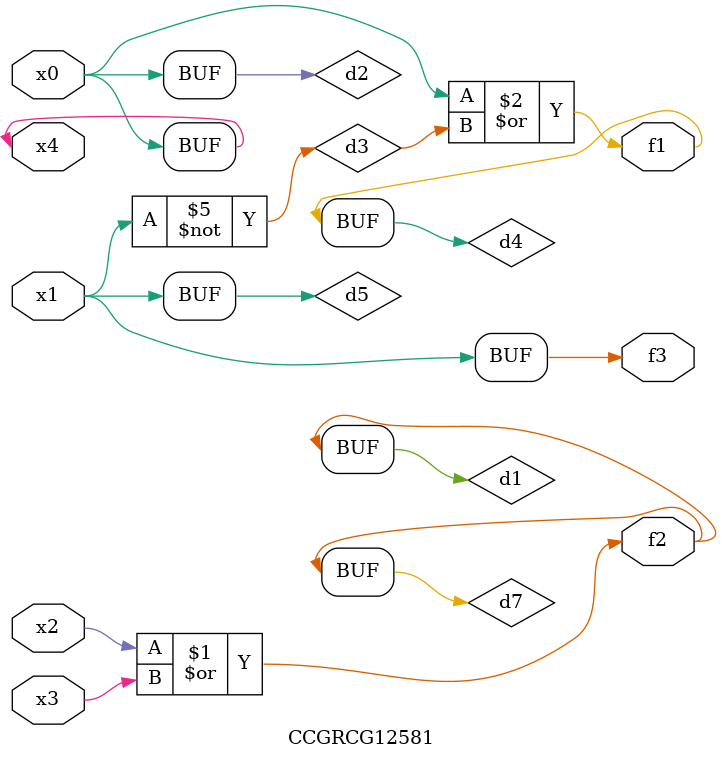
<source format=v>
module CCGRCG12581(
	input x0, x1, x2, x3, x4,
	output f1, f2, f3
);

	wire d1, d2, d3, d4, d5, d6, d7;

	or (d1, x2, x3);
	buf (d2, x0, x4);
	not (d3, x1);
	or (d4, d2, d3);
	not (d5, d3);
	nand (d6, d1, d3);
	or (d7, d1);
	assign f1 = d4;
	assign f2 = d7;
	assign f3 = d5;
endmodule

</source>
